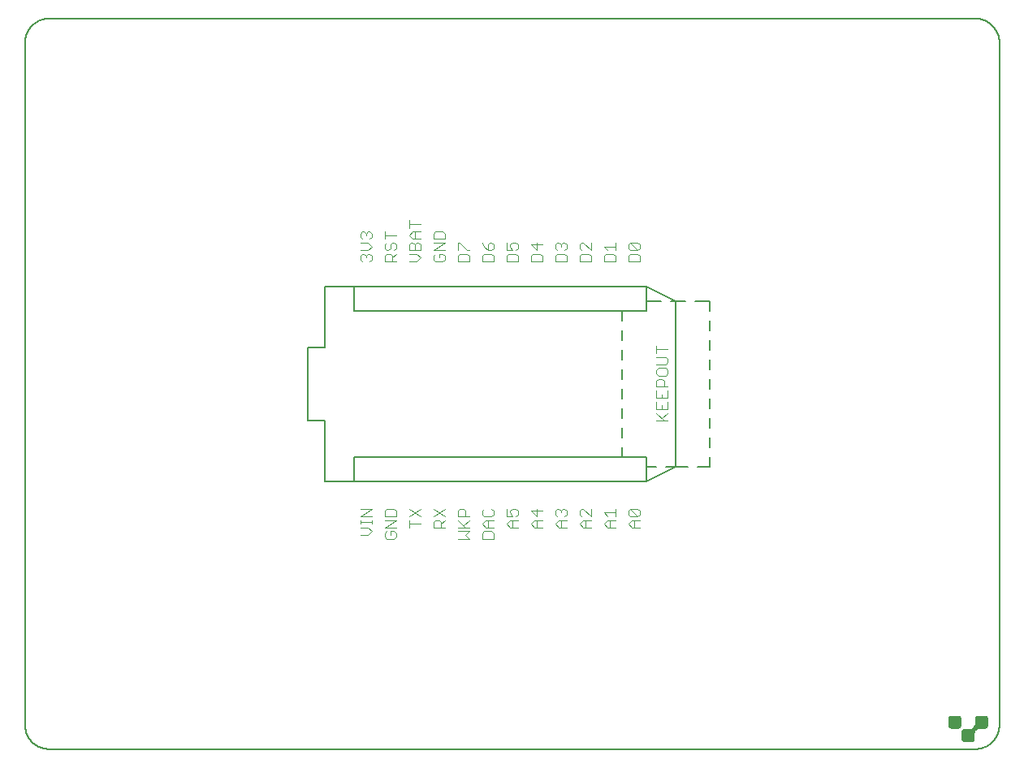
<source format=gto>
G75*
%MOIN*%
%OFA0B0*%
%FSLAX25Y25*%
%IPPOS*%
%LPD*%
%AMOC8*
5,1,8,0,0,1.08239X$1,22.5*
%
%ADD10C,0.00500*%
%ADD11C,0.00400*%
%ADD12C,0.00300*%
D10*
X0015000Y0005000D02*
X0395000Y0005000D01*
X0395242Y0005003D01*
X0395483Y0005012D01*
X0395724Y0005026D01*
X0395965Y0005047D01*
X0396205Y0005073D01*
X0396445Y0005105D01*
X0396684Y0005143D01*
X0396921Y0005186D01*
X0397158Y0005236D01*
X0397393Y0005291D01*
X0397627Y0005351D01*
X0397859Y0005418D01*
X0398090Y0005489D01*
X0398319Y0005567D01*
X0398546Y0005650D01*
X0398771Y0005738D01*
X0398994Y0005832D01*
X0399214Y0005931D01*
X0399432Y0006036D01*
X0399647Y0006145D01*
X0399860Y0006260D01*
X0400070Y0006380D01*
X0400276Y0006505D01*
X0400480Y0006635D01*
X0400681Y0006770D01*
X0400878Y0006910D01*
X0401072Y0007054D01*
X0401262Y0007203D01*
X0401448Y0007357D01*
X0401631Y0007515D01*
X0401810Y0007677D01*
X0401985Y0007844D01*
X0402156Y0008015D01*
X0402323Y0008190D01*
X0402485Y0008369D01*
X0402643Y0008552D01*
X0402797Y0008738D01*
X0402946Y0008928D01*
X0403090Y0009122D01*
X0403230Y0009319D01*
X0403365Y0009520D01*
X0403495Y0009724D01*
X0403620Y0009930D01*
X0403740Y0010140D01*
X0403855Y0010353D01*
X0403964Y0010568D01*
X0404069Y0010786D01*
X0404168Y0011006D01*
X0404262Y0011229D01*
X0404350Y0011454D01*
X0404433Y0011681D01*
X0404511Y0011910D01*
X0404582Y0012141D01*
X0404649Y0012373D01*
X0404709Y0012607D01*
X0404764Y0012842D01*
X0404814Y0013079D01*
X0404857Y0013316D01*
X0404895Y0013555D01*
X0404927Y0013795D01*
X0404953Y0014035D01*
X0404974Y0014276D01*
X0404988Y0014517D01*
X0404997Y0014758D01*
X0405000Y0015000D01*
X0405000Y0295000D01*
X0404997Y0295242D01*
X0404988Y0295483D01*
X0404974Y0295724D01*
X0404953Y0295965D01*
X0404927Y0296205D01*
X0404895Y0296445D01*
X0404857Y0296684D01*
X0404814Y0296921D01*
X0404764Y0297158D01*
X0404709Y0297393D01*
X0404649Y0297627D01*
X0404582Y0297859D01*
X0404511Y0298090D01*
X0404433Y0298319D01*
X0404350Y0298546D01*
X0404262Y0298771D01*
X0404168Y0298994D01*
X0404069Y0299214D01*
X0403964Y0299432D01*
X0403855Y0299647D01*
X0403740Y0299860D01*
X0403620Y0300070D01*
X0403495Y0300276D01*
X0403365Y0300480D01*
X0403230Y0300681D01*
X0403090Y0300878D01*
X0402946Y0301072D01*
X0402797Y0301262D01*
X0402643Y0301448D01*
X0402485Y0301631D01*
X0402323Y0301810D01*
X0402156Y0301985D01*
X0401985Y0302156D01*
X0401810Y0302323D01*
X0401631Y0302485D01*
X0401448Y0302643D01*
X0401262Y0302797D01*
X0401072Y0302946D01*
X0400878Y0303090D01*
X0400681Y0303230D01*
X0400480Y0303365D01*
X0400276Y0303495D01*
X0400070Y0303620D01*
X0399860Y0303740D01*
X0399647Y0303855D01*
X0399432Y0303964D01*
X0399214Y0304069D01*
X0398994Y0304168D01*
X0398771Y0304262D01*
X0398546Y0304350D01*
X0398319Y0304433D01*
X0398090Y0304511D01*
X0397859Y0304582D01*
X0397627Y0304649D01*
X0397393Y0304709D01*
X0397158Y0304764D01*
X0396921Y0304814D01*
X0396684Y0304857D01*
X0396445Y0304895D01*
X0396205Y0304927D01*
X0395965Y0304953D01*
X0395724Y0304974D01*
X0395483Y0304988D01*
X0395242Y0304997D01*
X0395000Y0305000D01*
X0015000Y0305000D01*
X0014758Y0304997D01*
X0014517Y0304988D01*
X0014276Y0304974D01*
X0014035Y0304953D01*
X0013795Y0304927D01*
X0013555Y0304895D01*
X0013316Y0304857D01*
X0013079Y0304814D01*
X0012842Y0304764D01*
X0012607Y0304709D01*
X0012373Y0304649D01*
X0012141Y0304582D01*
X0011910Y0304511D01*
X0011681Y0304433D01*
X0011454Y0304350D01*
X0011229Y0304262D01*
X0011006Y0304168D01*
X0010786Y0304069D01*
X0010568Y0303964D01*
X0010353Y0303855D01*
X0010140Y0303740D01*
X0009930Y0303620D01*
X0009724Y0303495D01*
X0009520Y0303365D01*
X0009319Y0303230D01*
X0009122Y0303090D01*
X0008928Y0302946D01*
X0008738Y0302797D01*
X0008552Y0302643D01*
X0008369Y0302485D01*
X0008190Y0302323D01*
X0008015Y0302156D01*
X0007844Y0301985D01*
X0007677Y0301810D01*
X0007515Y0301631D01*
X0007357Y0301448D01*
X0007203Y0301262D01*
X0007054Y0301072D01*
X0006910Y0300878D01*
X0006770Y0300681D01*
X0006635Y0300480D01*
X0006505Y0300276D01*
X0006380Y0300070D01*
X0006260Y0299860D01*
X0006145Y0299647D01*
X0006036Y0299432D01*
X0005931Y0299214D01*
X0005832Y0298994D01*
X0005738Y0298771D01*
X0005650Y0298546D01*
X0005567Y0298319D01*
X0005489Y0298090D01*
X0005418Y0297859D01*
X0005351Y0297627D01*
X0005291Y0297393D01*
X0005236Y0297158D01*
X0005186Y0296921D01*
X0005143Y0296684D01*
X0005105Y0296445D01*
X0005073Y0296205D01*
X0005047Y0295965D01*
X0005026Y0295724D01*
X0005012Y0295483D01*
X0005003Y0295242D01*
X0005000Y0295000D01*
X0005000Y0015000D01*
X0005003Y0014758D01*
X0005012Y0014517D01*
X0005026Y0014276D01*
X0005047Y0014035D01*
X0005073Y0013795D01*
X0005105Y0013555D01*
X0005143Y0013316D01*
X0005186Y0013079D01*
X0005236Y0012842D01*
X0005291Y0012607D01*
X0005351Y0012373D01*
X0005418Y0012141D01*
X0005489Y0011910D01*
X0005567Y0011681D01*
X0005650Y0011454D01*
X0005738Y0011229D01*
X0005832Y0011006D01*
X0005931Y0010786D01*
X0006036Y0010568D01*
X0006145Y0010353D01*
X0006260Y0010140D01*
X0006380Y0009930D01*
X0006505Y0009724D01*
X0006635Y0009520D01*
X0006770Y0009319D01*
X0006910Y0009122D01*
X0007054Y0008928D01*
X0007203Y0008738D01*
X0007357Y0008552D01*
X0007515Y0008369D01*
X0007677Y0008190D01*
X0007844Y0008015D01*
X0008015Y0007844D01*
X0008190Y0007677D01*
X0008369Y0007515D01*
X0008552Y0007357D01*
X0008738Y0007203D01*
X0008928Y0007054D01*
X0009122Y0006910D01*
X0009319Y0006770D01*
X0009520Y0006635D01*
X0009724Y0006505D01*
X0009930Y0006380D01*
X0010140Y0006260D01*
X0010353Y0006145D01*
X0010568Y0006036D01*
X0010786Y0005931D01*
X0011006Y0005832D01*
X0011229Y0005738D01*
X0011454Y0005650D01*
X0011681Y0005567D01*
X0011910Y0005489D01*
X0012141Y0005418D01*
X0012373Y0005351D01*
X0012607Y0005291D01*
X0012842Y0005236D01*
X0013079Y0005186D01*
X0013316Y0005143D01*
X0013555Y0005105D01*
X0013795Y0005073D01*
X0014035Y0005047D01*
X0014276Y0005026D01*
X0014517Y0005012D01*
X0014758Y0005003D01*
X0015000Y0005000D01*
X0128000Y0115000D02*
X0128000Y0140000D01*
X0121000Y0140000D01*
X0121000Y0170000D01*
X0128000Y0170000D01*
X0128000Y0195000D01*
X0140000Y0195000D01*
X0140000Y0185000D01*
X0260000Y0185000D01*
X0260000Y0195000D01*
X0272000Y0189000D01*
X0272000Y0121000D01*
X0267969Y0121000D01*
X0264031Y0121000D02*
X0260000Y0121000D01*
X0260000Y0125000D01*
X0250000Y0125000D01*
X0140000Y0125000D01*
X0140000Y0115000D01*
X0128000Y0115000D01*
X0140000Y0115000D02*
X0260000Y0115000D01*
X0260000Y0121000D01*
X0260000Y0125000D02*
X0256969Y0125000D01*
X0253031Y0125000D02*
X0250000Y0125000D01*
X0250000Y0129055D01*
X0250000Y0132992D02*
X0250000Y0137047D01*
X0250000Y0140984D02*
X0250000Y0145039D01*
X0250000Y0148976D02*
X0250000Y0153031D01*
X0250000Y0156969D02*
X0250000Y0161024D01*
X0250000Y0164961D02*
X0250000Y0169016D01*
X0250000Y0172953D02*
X0250000Y0177008D01*
X0250000Y0180945D02*
X0250000Y0185000D01*
X0253031Y0185000D01*
X0256969Y0185000D02*
X0260000Y0185000D01*
X0260000Y0189000D01*
X0266042Y0189000D01*
X0269979Y0189000D02*
X0276021Y0189000D01*
X0279958Y0189000D02*
X0286000Y0189000D01*
X0286000Y0184944D01*
X0286000Y0181007D02*
X0286000Y0176951D01*
X0286000Y0173014D02*
X0286000Y0168958D01*
X0286000Y0165021D02*
X0286000Y0160965D01*
X0286000Y0157028D02*
X0286000Y0152972D01*
X0286000Y0149035D02*
X0286000Y0144979D01*
X0286000Y0141042D02*
X0286000Y0136986D01*
X0286000Y0133049D02*
X0286000Y0128993D01*
X0286000Y0125056D02*
X0286000Y0121000D01*
X0280969Y0121000D01*
X0277031Y0121000D02*
X0272000Y0121000D01*
X0260000Y0115000D01*
X0260000Y0195000D02*
X0140000Y0195000D01*
D11*
X0143463Y0205200D02*
X0142696Y0205967D01*
X0142696Y0207502D01*
X0143463Y0208269D01*
X0144231Y0208269D01*
X0144998Y0207502D01*
X0145765Y0208269D01*
X0146533Y0208269D01*
X0147300Y0207502D01*
X0147300Y0205967D01*
X0146533Y0205200D01*
X0144998Y0206735D02*
X0144998Y0207502D01*
X0145765Y0209804D02*
X0147300Y0211339D01*
X0145765Y0212873D01*
X0142696Y0212873D01*
X0143463Y0214408D02*
X0142696Y0215175D01*
X0142696Y0216710D01*
X0143463Y0217477D01*
X0144231Y0217477D01*
X0144998Y0216710D01*
X0145765Y0217477D01*
X0146533Y0217477D01*
X0147300Y0216710D01*
X0147300Y0215175D01*
X0146533Y0214408D01*
X0144998Y0215942D02*
X0144998Y0216710D01*
X0145765Y0209804D02*
X0142696Y0209804D01*
X0152696Y0210571D02*
X0153463Y0209804D01*
X0154231Y0209804D01*
X0154998Y0210571D01*
X0154998Y0212106D01*
X0155765Y0212873D01*
X0156533Y0212873D01*
X0157300Y0212106D01*
X0157300Y0210571D01*
X0156533Y0209804D01*
X0157300Y0208269D02*
X0155765Y0206735D01*
X0155765Y0207502D02*
X0155765Y0205200D01*
X0157300Y0205200D02*
X0152696Y0205200D01*
X0152696Y0207502D01*
X0153463Y0208269D01*
X0154998Y0208269D01*
X0155765Y0207502D01*
X0152696Y0210571D02*
X0152696Y0212106D01*
X0153463Y0212873D01*
X0152696Y0214408D02*
X0152696Y0217477D01*
X0152696Y0215942D02*
X0157300Y0215942D01*
X0162696Y0215942D02*
X0164231Y0217477D01*
X0167300Y0217477D01*
X0164998Y0217477D02*
X0164998Y0214408D01*
X0164231Y0214408D02*
X0162696Y0215942D01*
X0164231Y0214408D02*
X0167300Y0214408D01*
X0166533Y0212873D02*
X0167300Y0212106D01*
X0167300Y0209804D01*
X0162696Y0209804D01*
X0162696Y0212106D01*
X0163463Y0212873D01*
X0164231Y0212873D01*
X0164998Y0212106D01*
X0164998Y0209804D01*
X0165765Y0208269D02*
X0162696Y0208269D01*
X0162696Y0205200D02*
X0165765Y0205200D01*
X0167300Y0206735D01*
X0165765Y0208269D01*
X0164998Y0212106D02*
X0165765Y0212873D01*
X0166533Y0212873D01*
X0172696Y0212873D02*
X0177300Y0212873D01*
X0172696Y0209804D01*
X0177300Y0209804D01*
X0176533Y0208269D02*
X0174998Y0208269D01*
X0174998Y0206735D01*
X0173463Y0208269D02*
X0172696Y0207502D01*
X0172696Y0205967D01*
X0173463Y0205200D01*
X0176533Y0205200D01*
X0177300Y0205967D01*
X0177300Y0207502D01*
X0176533Y0208269D01*
X0182696Y0207502D02*
X0182696Y0205200D01*
X0187300Y0205200D01*
X0187300Y0207502D01*
X0186533Y0208269D01*
X0183463Y0208269D01*
X0182696Y0207502D01*
X0182696Y0209804D02*
X0182696Y0212873D01*
X0183463Y0212873D01*
X0186533Y0209804D01*
X0187300Y0209804D01*
X0192696Y0207502D02*
X0192696Y0205200D01*
X0197300Y0205200D01*
X0197300Y0207502D01*
X0196533Y0208269D01*
X0193463Y0208269D01*
X0192696Y0207502D01*
X0194998Y0209804D02*
X0194998Y0212106D01*
X0195765Y0212873D01*
X0196533Y0212873D01*
X0197300Y0212106D01*
X0197300Y0210571D01*
X0196533Y0209804D01*
X0194998Y0209804D01*
X0193463Y0211339D01*
X0192696Y0212873D01*
X0202696Y0212873D02*
X0202696Y0209804D01*
X0204998Y0209804D01*
X0204231Y0211339D01*
X0204231Y0212106D01*
X0204998Y0212873D01*
X0206533Y0212873D01*
X0207300Y0212106D01*
X0207300Y0210571D01*
X0206533Y0209804D01*
X0206533Y0208269D02*
X0203463Y0208269D01*
X0202696Y0207502D01*
X0202696Y0205200D01*
X0207300Y0205200D01*
X0207300Y0207502D01*
X0206533Y0208269D01*
X0212696Y0207502D02*
X0212696Y0205200D01*
X0217300Y0205200D01*
X0217300Y0207502D01*
X0216533Y0208269D01*
X0213463Y0208269D01*
X0212696Y0207502D01*
X0214998Y0209804D02*
X0214998Y0212873D01*
X0212696Y0212106D02*
X0214998Y0209804D01*
X0217300Y0212106D02*
X0212696Y0212106D01*
X0222696Y0212106D02*
X0222696Y0210571D01*
X0223463Y0209804D01*
X0223463Y0208269D02*
X0222696Y0207502D01*
X0222696Y0205200D01*
X0227300Y0205200D01*
X0227300Y0207502D01*
X0226533Y0208269D01*
X0223463Y0208269D01*
X0224998Y0211339D02*
X0224998Y0212106D01*
X0225765Y0212873D01*
X0226533Y0212873D01*
X0227300Y0212106D01*
X0227300Y0210571D01*
X0226533Y0209804D01*
X0224998Y0212106D02*
X0224231Y0212873D01*
X0223463Y0212873D01*
X0222696Y0212106D01*
X0232696Y0212106D02*
X0232696Y0210571D01*
X0233463Y0209804D01*
X0233463Y0208269D02*
X0232696Y0207502D01*
X0232696Y0205200D01*
X0237300Y0205200D01*
X0237300Y0207502D01*
X0236533Y0208269D01*
X0233463Y0208269D01*
X0232696Y0212106D02*
X0233463Y0212873D01*
X0234231Y0212873D01*
X0237300Y0209804D01*
X0237300Y0212873D01*
X0242696Y0211339D02*
X0247300Y0211339D01*
X0247300Y0212873D02*
X0247300Y0209804D01*
X0246533Y0208269D02*
X0243463Y0208269D01*
X0242696Y0207502D01*
X0242696Y0205200D01*
X0247300Y0205200D01*
X0247300Y0207502D01*
X0246533Y0208269D01*
X0244231Y0209804D02*
X0242696Y0211339D01*
X0252696Y0210571D02*
X0252696Y0212106D01*
X0253463Y0212873D01*
X0256533Y0209804D01*
X0257300Y0210571D01*
X0257300Y0212106D01*
X0256533Y0212873D01*
X0253463Y0212873D01*
X0252696Y0210571D02*
X0253463Y0209804D01*
X0256533Y0209804D01*
X0256533Y0208269D02*
X0253463Y0208269D01*
X0252696Y0207502D01*
X0252696Y0205200D01*
X0257300Y0205200D01*
X0257300Y0207502D01*
X0256533Y0208269D01*
X0264196Y0170665D02*
X0264196Y0167596D01*
X0264196Y0166061D02*
X0268033Y0166061D01*
X0268800Y0165294D01*
X0268800Y0163759D01*
X0268033Y0162992D01*
X0264196Y0162992D01*
X0264963Y0161457D02*
X0264196Y0160690D01*
X0264196Y0159155D01*
X0264963Y0158388D01*
X0268033Y0158388D01*
X0268800Y0159155D01*
X0268800Y0160690D01*
X0268033Y0161457D01*
X0264963Y0161457D01*
X0264963Y0156854D02*
X0266498Y0156854D01*
X0267265Y0156086D01*
X0267265Y0153784D01*
X0268800Y0153784D02*
X0264196Y0153784D01*
X0264196Y0156086D01*
X0264963Y0156854D01*
X0264196Y0152250D02*
X0264196Y0149180D01*
X0268800Y0149180D01*
X0268800Y0152250D01*
X0266498Y0150715D02*
X0266498Y0149180D01*
X0264196Y0147646D02*
X0264196Y0144576D01*
X0268800Y0144576D01*
X0268800Y0147646D01*
X0266498Y0146111D02*
X0266498Y0144576D01*
X0264196Y0143042D02*
X0267265Y0139972D01*
X0266498Y0140740D02*
X0268800Y0143042D01*
X0268800Y0139972D02*
X0264196Y0139972D01*
X0264196Y0169131D02*
X0268800Y0169131D01*
X0256533Y0103665D02*
X0253463Y0103665D01*
X0256533Y0100596D01*
X0257300Y0101363D01*
X0257300Y0102898D01*
X0256533Y0103665D01*
X0256533Y0100596D02*
X0253463Y0100596D01*
X0252696Y0101363D01*
X0252696Y0102898D01*
X0253463Y0103665D01*
X0254231Y0099061D02*
X0257300Y0099061D01*
X0254998Y0099061D02*
X0254998Y0095992D01*
X0254231Y0095992D02*
X0252696Y0097527D01*
X0254231Y0099061D01*
X0254231Y0095992D02*
X0257300Y0095992D01*
X0247300Y0095992D02*
X0244231Y0095992D01*
X0242696Y0097527D01*
X0244231Y0099061D01*
X0247300Y0099061D01*
X0247300Y0100596D02*
X0247300Y0103665D01*
X0247300Y0102131D02*
X0242696Y0102131D01*
X0244231Y0100596D01*
X0244998Y0099061D02*
X0244998Y0095992D01*
X0237300Y0095992D02*
X0234231Y0095992D01*
X0232696Y0097527D01*
X0234231Y0099061D01*
X0237300Y0099061D01*
X0237300Y0100596D02*
X0234231Y0103665D01*
X0233463Y0103665D01*
X0232696Y0102898D01*
X0232696Y0101363D01*
X0233463Y0100596D01*
X0234998Y0099061D02*
X0234998Y0095992D01*
X0237300Y0100596D02*
X0237300Y0103665D01*
X0227300Y0102898D02*
X0227300Y0101363D01*
X0226533Y0100596D01*
X0227300Y0099061D02*
X0224231Y0099061D01*
X0222696Y0097527D01*
X0224231Y0095992D01*
X0227300Y0095992D01*
X0224998Y0095992D02*
X0224998Y0099061D01*
X0223463Y0100596D02*
X0222696Y0101363D01*
X0222696Y0102898D01*
X0223463Y0103665D01*
X0224231Y0103665D01*
X0224998Y0102898D01*
X0225765Y0103665D01*
X0226533Y0103665D01*
X0227300Y0102898D01*
X0224998Y0102898D02*
X0224998Y0102131D01*
X0217300Y0102898D02*
X0212696Y0102898D01*
X0214998Y0100596D01*
X0214998Y0103665D01*
X0214998Y0099061D02*
X0214998Y0095992D01*
X0214231Y0095992D02*
X0212696Y0097527D01*
X0214231Y0099061D01*
X0217300Y0099061D01*
X0217300Y0095992D02*
X0214231Y0095992D01*
X0207300Y0095992D02*
X0204231Y0095992D01*
X0202696Y0097527D01*
X0204231Y0099061D01*
X0207300Y0099061D01*
X0206533Y0100596D02*
X0207300Y0101363D01*
X0207300Y0102898D01*
X0206533Y0103665D01*
X0204998Y0103665D01*
X0204231Y0102898D01*
X0204231Y0102131D01*
X0204998Y0100596D01*
X0202696Y0100596D01*
X0202696Y0103665D01*
X0204998Y0099061D02*
X0204998Y0095992D01*
X0197300Y0095992D02*
X0194231Y0095992D01*
X0192696Y0097527D01*
X0194231Y0099061D01*
X0197300Y0099061D01*
X0196533Y0100596D02*
X0197300Y0101363D01*
X0197300Y0102898D01*
X0196533Y0103665D01*
X0196533Y0100596D02*
X0193463Y0100596D01*
X0192696Y0101363D01*
X0192696Y0102898D01*
X0193463Y0103665D01*
X0194998Y0099061D02*
X0194998Y0095992D01*
X0193463Y0094457D02*
X0192696Y0093690D01*
X0192696Y0091388D01*
X0197300Y0091388D01*
X0197300Y0093690D01*
X0196533Y0094457D01*
X0193463Y0094457D01*
X0187300Y0094457D02*
X0182696Y0094457D01*
X0182696Y0095992D02*
X0187300Y0095992D01*
X0187300Y0094457D02*
X0185765Y0092923D01*
X0187300Y0091388D01*
X0182696Y0091388D01*
X0185765Y0095992D02*
X0182696Y0099061D01*
X0182696Y0100596D02*
X0182696Y0102898D01*
X0183463Y0103665D01*
X0184998Y0103665D01*
X0185765Y0102898D01*
X0185765Y0100596D01*
X0187300Y0100596D02*
X0182696Y0100596D01*
X0184998Y0096759D02*
X0187300Y0099061D01*
X0177300Y0099061D02*
X0175765Y0097527D01*
X0175765Y0098294D02*
X0175765Y0095992D01*
X0177300Y0095992D02*
X0172696Y0095992D01*
X0172696Y0098294D01*
X0173463Y0099061D01*
X0174998Y0099061D01*
X0175765Y0098294D01*
X0177300Y0100596D02*
X0172696Y0103665D01*
X0172696Y0100596D02*
X0177300Y0103665D01*
X0167300Y0103665D02*
X0162696Y0100596D01*
X0162696Y0099061D02*
X0162696Y0095992D01*
X0162696Y0097527D02*
X0167300Y0097527D01*
X0167300Y0100596D02*
X0162696Y0103665D01*
X0157300Y0102898D02*
X0157300Y0100596D01*
X0152696Y0100596D01*
X0152696Y0102898D01*
X0153463Y0103665D01*
X0156533Y0103665D01*
X0157300Y0102898D01*
X0157300Y0099061D02*
X0152696Y0099061D01*
X0152696Y0095992D02*
X0157300Y0099061D01*
X0157300Y0095992D02*
X0152696Y0095992D01*
X0153463Y0094457D02*
X0152696Y0093690D01*
X0152696Y0092156D01*
X0153463Y0091388D01*
X0156533Y0091388D01*
X0157300Y0092156D01*
X0157300Y0093690D01*
X0156533Y0094457D01*
X0154998Y0094457D01*
X0154998Y0092923D01*
X0147300Y0094457D02*
X0145765Y0095992D01*
X0142696Y0095992D01*
X0142696Y0097527D02*
X0142696Y0099061D01*
X0142696Y0098294D02*
X0147300Y0098294D01*
X0147300Y0097527D02*
X0147300Y0099061D01*
X0147300Y0100596D02*
X0142696Y0100596D01*
X0147300Y0103665D01*
X0142696Y0103665D01*
X0147300Y0094457D02*
X0145765Y0092923D01*
X0142696Y0092923D01*
X0172696Y0214408D02*
X0172696Y0216710D01*
X0173463Y0217477D01*
X0176533Y0217477D01*
X0177300Y0216710D01*
X0177300Y0214408D01*
X0172696Y0214408D01*
X0167300Y0220546D02*
X0162696Y0220546D01*
X0162696Y0219012D02*
X0162696Y0222081D01*
D12*
X0384269Y0018408D02*
X0384476Y0018567D01*
X0384718Y0018667D01*
X0384976Y0018701D01*
X0387976Y0018701D01*
X0388235Y0018667D01*
X0388476Y0018567D01*
X0388683Y0018408D01*
X0388842Y0018201D01*
X0388942Y0017960D01*
X0388976Y0017701D01*
X0388976Y0014701D01*
X0388942Y0014442D01*
X0388842Y0014201D01*
X0388683Y0013994D01*
X0388476Y0013835D01*
X0388235Y0013735D01*
X0387976Y0013701D01*
X0384976Y0013701D01*
X0384718Y0013735D01*
X0384476Y0013835D01*
X0384269Y0013994D01*
X0384110Y0014201D01*
X0384010Y0014442D01*
X0383976Y0014701D01*
X0383976Y0017701D01*
X0384010Y0017960D01*
X0384110Y0018201D01*
X0384269Y0018408D01*
X0384302Y0018433D02*
X0388651Y0018433D01*
X0388870Y0018134D02*
X0384083Y0018134D01*
X0383994Y0017836D02*
X0388959Y0017836D01*
X0388976Y0017537D02*
X0383976Y0017537D01*
X0383976Y0017239D02*
X0388976Y0017239D01*
X0388976Y0016940D02*
X0383976Y0016940D01*
X0383976Y0016642D02*
X0388976Y0016642D01*
X0388976Y0016343D02*
X0383976Y0016343D01*
X0383976Y0016045D02*
X0388976Y0016045D01*
X0388976Y0015746D02*
X0383976Y0015746D01*
X0383976Y0015448D02*
X0388976Y0015448D01*
X0388976Y0015149D02*
X0383976Y0015149D01*
X0383976Y0014851D02*
X0388976Y0014851D01*
X0388957Y0014552D02*
X0383996Y0014552D01*
X0384088Y0014254D02*
X0388864Y0014254D01*
X0388634Y0013955D02*
X0384319Y0013955D01*
X0389510Y0012460D02*
X0389476Y0012201D01*
X0389476Y0009201D01*
X0389510Y0008942D01*
X0389610Y0008701D01*
X0389769Y0008494D01*
X0389976Y0008335D01*
X0390218Y0008235D01*
X0390476Y0008201D01*
X0393476Y0008201D01*
X0393735Y0008235D01*
X0393976Y0008335D01*
X0394183Y0008494D01*
X0394342Y0008701D01*
X0394442Y0008942D01*
X0394476Y0009201D01*
X0394476Y0011201D01*
X0394524Y0011689D01*
X0394667Y0012157D01*
X0394898Y0012590D01*
X0395209Y0012969D01*
X0395587Y0013279D01*
X0396020Y0013510D01*
X0396489Y0013653D01*
X0396976Y0013701D01*
X0398976Y0013701D01*
X0399235Y0013735D01*
X0399476Y0013835D01*
X0399683Y0013994D01*
X0399842Y0014201D01*
X0399942Y0014442D01*
X0399976Y0014701D01*
X0399976Y0017701D01*
X0399942Y0017960D01*
X0399842Y0018201D01*
X0399683Y0018408D01*
X0399476Y0018567D01*
X0399235Y0018667D01*
X0398976Y0018701D01*
X0395976Y0018701D01*
X0395718Y0018667D01*
X0395476Y0018567D01*
X0395269Y0018408D01*
X0395110Y0018201D01*
X0395010Y0017960D01*
X0394976Y0017701D01*
X0394976Y0015701D01*
X0394928Y0015213D01*
X0394786Y0014744D01*
X0394555Y0014312D01*
X0394244Y0013933D01*
X0393865Y0013622D01*
X0393433Y0013391D01*
X0392964Y0013249D01*
X0392476Y0013201D01*
X0390476Y0013201D01*
X0390218Y0013167D01*
X0389976Y0013067D01*
X0389769Y0012908D01*
X0389610Y0012701D01*
X0389510Y0012460D01*
X0389512Y0012463D02*
X0394830Y0012463D01*
X0394670Y0012164D02*
X0389476Y0012164D01*
X0389476Y0011866D02*
X0394578Y0011866D01*
X0394512Y0011567D02*
X0389476Y0011567D01*
X0389476Y0011269D02*
X0394483Y0011269D01*
X0394476Y0010970D02*
X0389476Y0010970D01*
X0389476Y0010672D02*
X0394476Y0010672D01*
X0394476Y0010373D02*
X0389476Y0010373D01*
X0389476Y0010075D02*
X0394476Y0010075D01*
X0394476Y0009776D02*
X0389476Y0009776D01*
X0389476Y0009478D02*
X0394476Y0009478D01*
X0394474Y0009179D02*
X0389479Y0009179D01*
X0389536Y0008881D02*
X0394417Y0008881D01*
X0394251Y0008582D02*
X0389701Y0008582D01*
X0390100Y0008284D02*
X0393853Y0008284D01*
X0395039Y0012761D02*
X0389657Y0012761D01*
X0389967Y0013060D02*
X0395320Y0013060D01*
X0395735Y0013358D02*
X0393325Y0013358D01*
X0393908Y0013657D02*
X0396530Y0013657D01*
X0394684Y0014552D02*
X0399957Y0014552D01*
X0399976Y0014851D02*
X0394818Y0014851D01*
X0394909Y0015149D02*
X0399976Y0015149D01*
X0399976Y0015448D02*
X0394951Y0015448D01*
X0394976Y0015746D02*
X0399976Y0015746D01*
X0399976Y0016045D02*
X0394976Y0016045D01*
X0394976Y0016343D02*
X0399976Y0016343D01*
X0399976Y0016642D02*
X0394976Y0016642D01*
X0394976Y0016940D02*
X0399976Y0016940D01*
X0399976Y0017239D02*
X0394976Y0017239D01*
X0394976Y0017537D02*
X0399976Y0017537D01*
X0399959Y0017836D02*
X0394994Y0017836D01*
X0395083Y0018134D02*
X0399870Y0018134D01*
X0399651Y0018433D02*
X0395302Y0018433D01*
X0394507Y0014254D02*
X0399864Y0014254D01*
X0399634Y0013955D02*
X0394262Y0013955D01*
M02*

</source>
